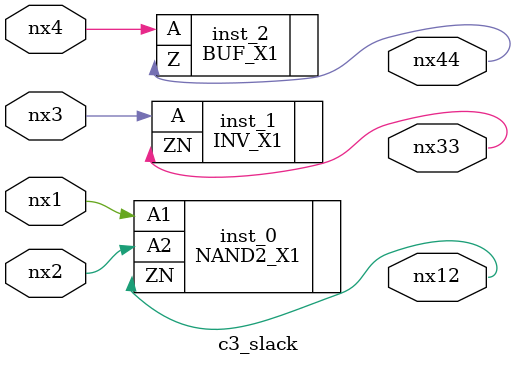
<source format=v>

module c3_slack (
nx1,
nx3,
nx2,
nx4,
nx33,
nx44,
nx12);

// Start PIs
input nx1;
input nx3;
input nx2;
input nx4;

// Start POs
output nx33;
output nx44;
output nx12;

// Start wires
wire nx1;
wire nx3;
wire nx33;
wire nx44;
wire nx12;
wire nx2;
wire nx4;

// Start cells
BUF_X1 inst_2 ( .Z(nx44), .A(nx4) );
INV_X1 inst_1 ( .ZN(nx33), .A(nx3) );
NAND2_X1 inst_0 ( .ZN(nx12), .A2(nx2), .A1(nx1) );

endmodule

</source>
